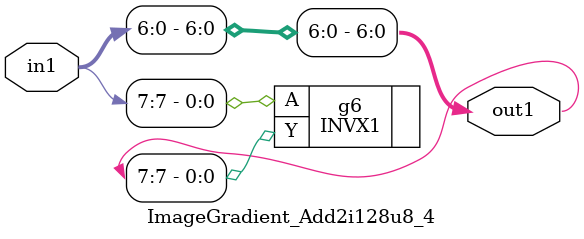
<source format=v>
`timescale 1ps / 1ps


module ImageGradient_Add2i128u8_4(in1, out1);
  input [7:0] in1;
  output [7:0] out1;
  wire [7:0] in1;
  wire [7:0] out1;
  assign out1[0] = in1[0];
  assign out1[1] = in1[1];
  assign out1[2] = in1[2];
  assign out1[3] = in1[3];
  assign out1[4] = in1[4];
  assign out1[5] = in1[5];
  assign out1[6] = in1[6];
  INVX1 g6(.A (in1[7]), .Y (out1[7]));
endmodule


</source>
